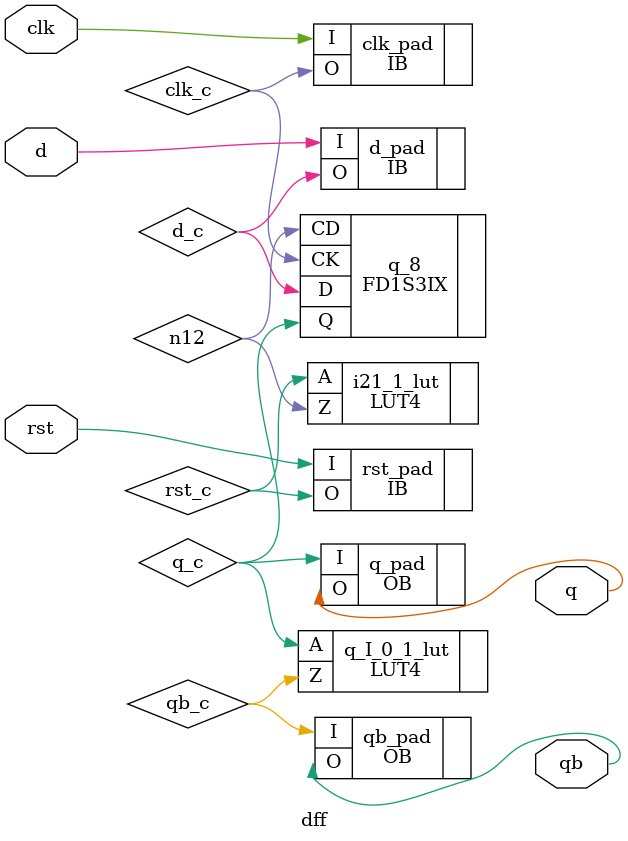
<source format=v>

module dff (clk, rst, d, q, qb) /* synthesis syn_module_defined=1 */ ;   // e:/fpgaproject/stepmxo2/swust/11.dff/dff.v(12[8:11])
    input clk;   // e:/fpgaproject/stepmxo2/swust/11.dff/dff.v(14[7:10])
    input rst;   // e:/fpgaproject/stepmxo2/swust/11.dff/dff.v(14[11:14])
    input d;   // e:/fpgaproject/stepmxo2/swust/11.dff/dff.v(14[15:16])
    output q;   // e:/fpgaproject/stepmxo2/swust/11.dff/dff.v(15[12:13])
    output qb;   // e:/fpgaproject/stepmxo2/swust/11.dff/dff.v(16[13:15])
    
    wire clk_c /* synthesis is_clock=1, SET_AS_NETWORK=clk_c */ ;   // e:/fpgaproject/stepmxo2/swust/11.dff/dff.v(14[7:10])
    
    wire GND_net, rst_c, d_c, q_c, qb_c, VCC_net, n12;
    
    VHI i20 (.Z(VCC_net));
    PUR PUR_INST (.PUR(VCC_net));
    defparam PUR_INST.RST_PULSE = 1;
    OB q_pad (.I(q_c), .O(q));   // e:/fpgaproject/stepmxo2/swust/11.dff/dff.v(15[12:13])
    OB qb_pad (.I(qb_c), .O(qb));   // e:/fpgaproject/stepmxo2/swust/11.dff/dff.v(16[13:15])
    IB clk_pad (.I(clk), .O(clk_c));   // e:/fpgaproject/stepmxo2/swust/11.dff/dff.v(14[7:10])
    IB rst_pad (.I(rst), .O(rst_c));   // e:/fpgaproject/stepmxo2/swust/11.dff/dff.v(14[11:14])
    IB d_pad (.I(d), .O(d_c));   // e:/fpgaproject/stepmxo2/swust/11.dff/dff.v(14[15:16])
    GSR GSR_INST (.GSR(VCC_net));
    TSALL TSALL_INST (.TSALL(GND_net));
    FD1S3IX q_8 (.D(d_c), .CK(clk_c), .CD(n12), .Q(q_c));   // e:/fpgaproject/stepmxo2/swust/11.dff/dff.v(21[8] 25[10])
    defparam q_8.GSR = "ENABLED";
    VLO i25 (.Z(GND_net));
    LUT4 q_I_0_1_lut (.A(q_c), .Z(qb_c)) /* synthesis lut_function=(!(A)) */ ;   // e:/fpgaproject/stepmxo2/swust/11.dff/dff.v(19[13:15])
    defparam q_I_0_1_lut.init = 16'h5555;
    LUT4 i21_1_lut (.A(rst_c), .Z(n12)) /* synthesis lut_function=(!(A)) */ ;   // e:/fpgaproject/stepmxo2/swust/11.dff/dff.v(14[11:14])
    defparam i21_1_lut.init = 16'h5555;
    
endmodule
//
// Verilog Description of module PUR
// module not written out since it is a black-box. 
//

//
// Verilog Description of module TSALL
// module not written out since it is a black-box. 
//


</source>
